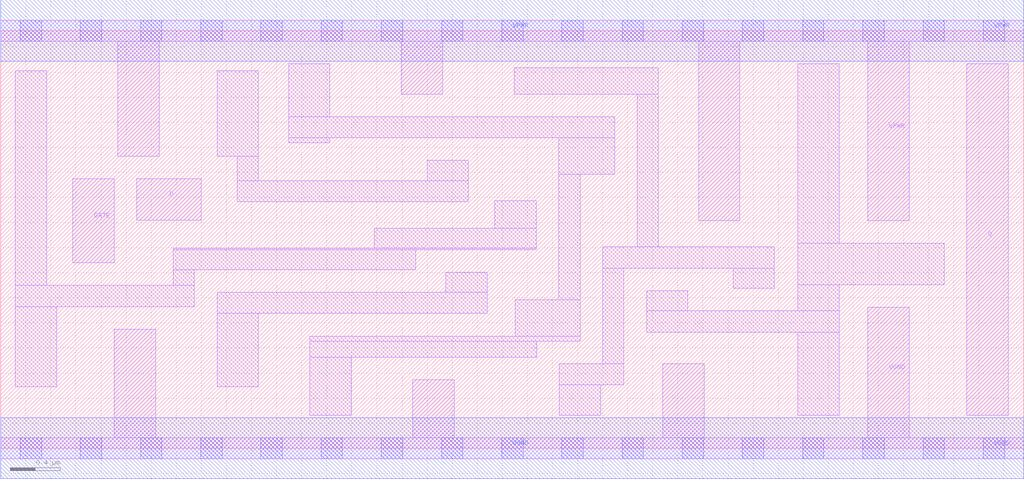
<source format=lef>
# Copyright 2020 The SkyWater PDK Authors
#
# Licensed under the Apache License, Version 2.0 (the "License");
# you may not use this file except in compliance with the License.
# You may obtain a copy of the License at
#
#     https://www.apache.org/licenses/LICENSE-2.0
#
# Unless required by applicable law or agreed to in writing, software
# distributed under the License is distributed on an "AS IS" BASIS,
# WITHOUT WARRANTIES OR CONDITIONS OF ANY KIND, either express or implied.
# See the License for the specific language governing permissions and
# limitations under the License.
#
# SPDX-License-Identifier: Apache-2.0

VERSION 5.7 ;
  NAMESCASESENSITIVE ON ;
  NOWIREEXTENSIONATPIN ON ;
  DIVIDERCHAR "/" ;
  BUSBITCHARS "[]" ;
UNITS
  DATABASE MICRONS 200 ;
END UNITS
MACRO sky130_fd_sc_lp__dlxtp_lp
  CLASS CORE ;
  SOURCE USER ;
  FOREIGN sky130_fd_sc_lp__dlxtp_lp ;
  ORIGIN  0.000000  0.000000 ;
  SIZE  8.160000 BY  3.330000 ;
  SYMMETRY X Y R90 ;
  SITE unit ;
  PIN D
    ANTENNAGATEAREA  0.318000 ;
    DIRECTION INPUT ;
    USE SIGNAL ;
    PORT
      LAYER li1 ;
        RECT 1.085000 1.820000 1.600000 2.150000 ;
    END
  END D
  PIN Q
    ANTENNADIFFAREA  0.598500 ;
    DIRECTION OUTPUT ;
    USE SIGNAL ;
    PORT
      LAYER li1 ;
        RECT 7.705000 0.265000 8.035000 3.065000 ;
    END
  END Q
  PIN GATE
    ANTENNAGATEAREA  0.318000 ;
    DIRECTION INPUT ;
    USE CLOCK ;
    PORT
      LAYER li1 ;
        RECT 0.575000 1.480000 0.905000 2.150000 ;
    END
  END GATE
  PIN VGND
    DIRECTION INOUT ;
    USE GROUND ;
    PORT
      LAYER li1 ;
        RECT 0.000000 -0.085000 8.160000 0.085000 ;
        RECT 0.905000  0.085000 1.235000 0.950000 ;
        RECT 3.285000  0.085000 3.615000 0.545000 ;
        RECT 5.280000  0.085000 5.610000 0.675000 ;
        RECT 6.915000  0.085000 7.245000 1.125000 ;
      LAYER mcon ;
        RECT 0.155000 -0.085000 0.325000 0.085000 ;
        RECT 0.635000 -0.085000 0.805000 0.085000 ;
        RECT 1.115000 -0.085000 1.285000 0.085000 ;
        RECT 1.595000 -0.085000 1.765000 0.085000 ;
        RECT 2.075000 -0.085000 2.245000 0.085000 ;
        RECT 2.555000 -0.085000 2.725000 0.085000 ;
        RECT 3.035000 -0.085000 3.205000 0.085000 ;
        RECT 3.515000 -0.085000 3.685000 0.085000 ;
        RECT 3.995000 -0.085000 4.165000 0.085000 ;
        RECT 4.475000 -0.085000 4.645000 0.085000 ;
        RECT 4.955000 -0.085000 5.125000 0.085000 ;
        RECT 5.435000 -0.085000 5.605000 0.085000 ;
        RECT 5.915000 -0.085000 6.085000 0.085000 ;
        RECT 6.395000 -0.085000 6.565000 0.085000 ;
        RECT 6.875000 -0.085000 7.045000 0.085000 ;
        RECT 7.355000 -0.085000 7.525000 0.085000 ;
        RECT 7.835000 -0.085000 8.005000 0.085000 ;
      LAYER met1 ;
        RECT 0.000000 -0.245000 8.160000 0.245000 ;
    END
  END VGND
  PIN VPWR
    DIRECTION INOUT ;
    USE POWER ;
    PORT
      LAYER li1 ;
        RECT 0.000000 3.245000 8.160000 3.415000 ;
        RECT 0.935000 2.330000 1.265000 3.245000 ;
        RECT 3.195000 2.825000 3.525000 3.245000 ;
        RECT 5.565000 1.815000 5.895000 3.245000 ;
        RECT 6.915000 1.815000 7.245000 3.245000 ;
      LAYER mcon ;
        RECT 0.155000 3.245000 0.325000 3.415000 ;
        RECT 0.635000 3.245000 0.805000 3.415000 ;
        RECT 1.115000 3.245000 1.285000 3.415000 ;
        RECT 1.595000 3.245000 1.765000 3.415000 ;
        RECT 2.075000 3.245000 2.245000 3.415000 ;
        RECT 2.555000 3.245000 2.725000 3.415000 ;
        RECT 3.035000 3.245000 3.205000 3.415000 ;
        RECT 3.515000 3.245000 3.685000 3.415000 ;
        RECT 3.995000 3.245000 4.165000 3.415000 ;
        RECT 4.475000 3.245000 4.645000 3.415000 ;
        RECT 4.955000 3.245000 5.125000 3.415000 ;
        RECT 5.435000 3.245000 5.605000 3.415000 ;
        RECT 5.915000 3.245000 6.085000 3.415000 ;
        RECT 6.395000 3.245000 6.565000 3.415000 ;
        RECT 6.875000 3.245000 7.045000 3.415000 ;
        RECT 7.355000 3.245000 7.525000 3.415000 ;
        RECT 7.835000 3.245000 8.005000 3.415000 ;
      LAYER met1 ;
        RECT 0.000000 3.085000 8.160000 3.575000 ;
    END
  END VPWR
  OBS
    LAYER li1 ;
      RECT 0.115000 0.490000 0.445000 1.130000 ;
      RECT 0.115000 1.130000 1.545000 1.300000 ;
      RECT 0.115000 1.300000 0.365000 3.010000 ;
      RECT 1.375000 1.300000 1.545000 1.425000 ;
      RECT 1.375000 1.425000 3.310000 1.585000 ;
      RECT 1.375000 1.585000 4.270000 1.595000 ;
      RECT 1.725000 0.490000 2.055000 1.075000 ;
      RECT 1.725000 1.075000 3.880000 1.245000 ;
      RECT 1.725000 2.330000 2.055000 3.010000 ;
      RECT 1.885000 1.965000 3.730000 2.135000 ;
      RECT 1.885000 2.135000 2.055000 2.330000 ;
      RECT 2.295000 2.435000 2.625000 2.475000 ;
      RECT 2.295000 2.475000 4.895000 2.645000 ;
      RECT 2.295000 2.645000 2.625000 3.065000 ;
      RECT 2.465000 0.265000 2.795000 0.725000 ;
      RECT 2.465000 0.725000 4.275000 0.855000 ;
      RECT 2.465000 0.855000 4.620000 0.895000 ;
      RECT 2.980000 1.595000 4.270000 1.755000 ;
      RECT 3.400000 2.135000 3.730000 2.295000 ;
      RECT 3.550000 1.245000 3.880000 1.405000 ;
      RECT 3.940000 1.755000 4.270000 1.975000 ;
      RECT 4.095000 2.825000 5.245000 3.035000 ;
      RECT 4.105000 0.895000 4.620000 1.185000 ;
      RECT 4.450000 1.185000 4.620000 2.185000 ;
      RECT 4.450000 2.185000 4.895000 2.475000 ;
      RECT 4.455000 0.265000 4.785000 0.505000 ;
      RECT 4.455000 0.505000 4.970000 0.675000 ;
      RECT 4.800000 0.675000 4.970000 1.435000 ;
      RECT 4.800000 1.435000 6.170000 1.605000 ;
      RECT 5.075000 1.605000 5.245000 2.825000 ;
      RECT 5.150000 0.925000 6.685000 1.095000 ;
      RECT 5.150000 1.095000 5.480000 1.255000 ;
      RECT 5.840000 1.275000 6.170000 1.435000 ;
      RECT 6.355000 0.265000 6.685000 0.925000 ;
      RECT 6.355000 1.095000 6.685000 1.305000 ;
      RECT 6.355000 1.305000 7.525000 1.635000 ;
      RECT 6.355000 1.635000 6.685000 3.065000 ;
  END
END sky130_fd_sc_lp__dlxtp_lp

</source>
